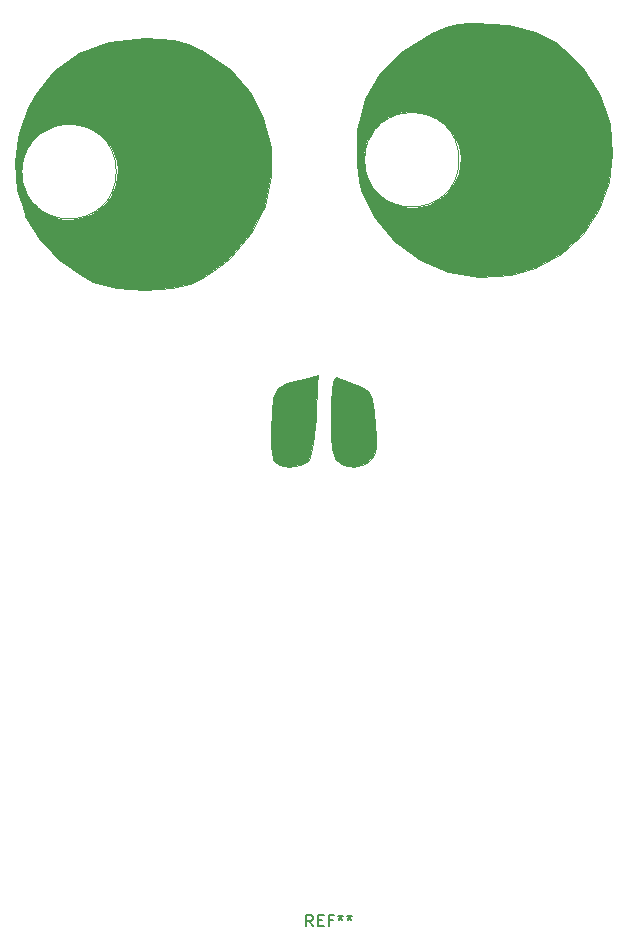
<source format=gbr>
G04 #@! TF.GenerationSoftware,KiCad,Pcbnew,(5.1.2)-1*
G04 #@! TF.CreationDate,2023-11-06T09:23:23+09:00*
G04 #@! TF.ProjectId,gopher_m5stack,676f7068-6572-45f6-9d35-737461636b2e,rev?*
G04 #@! TF.SameCoordinates,Original*
G04 #@! TF.FileFunction,Legend,Top*
G04 #@! TF.FilePolarity,Positive*
%FSLAX46Y46*%
G04 Gerber Fmt 4.6, Leading zero omitted, Abs format (unit mm)*
G04 Created by KiCad (PCBNEW (5.1.2)-1) date 2023-11-06 09:23:23*
%MOMM*%
%LPD*%
G04 APERTURE LIST*
%ADD10C,0.120000*%
%ADD11C,0.150000*%
%ADD12C,0.100000*%
%ADD13C,0.254000*%
G04 APERTURE END LIST*
D10*
X129935247Y-71933500D02*
G75*
G03X129935247Y-71933500I-3993356J0D01*
G01*
X100915747Y-72936800D02*
G75*
G03X100915747Y-72936800I-3993356J0D01*
G01*
D11*
X117566666Y-136852380D02*
X117233333Y-136376190D01*
X116995238Y-136852380D02*
X116995238Y-135852380D01*
X117376190Y-135852380D01*
X117471428Y-135900000D01*
X117519047Y-135947619D01*
X117566666Y-136042857D01*
X117566666Y-136185714D01*
X117519047Y-136280952D01*
X117471428Y-136328571D01*
X117376190Y-136376190D01*
X116995238Y-136376190D01*
X117995238Y-136328571D02*
X118328571Y-136328571D01*
X118471428Y-136852380D02*
X117995238Y-136852380D01*
X117995238Y-135852380D01*
X118471428Y-135852380D01*
X119233333Y-136328571D02*
X118900000Y-136328571D01*
X118900000Y-136852380D02*
X118900000Y-135852380D01*
X119376190Y-135852380D01*
X119900000Y-135852380D02*
X119900000Y-136090476D01*
X119661904Y-135995238D02*
X119900000Y-136090476D01*
X120138095Y-135995238D01*
X119757142Y-136280952D02*
X119900000Y-136090476D01*
X120042857Y-136280952D01*
X120661904Y-135852380D02*
X120661904Y-136090476D01*
X120423809Y-135995238D02*
X120661904Y-136090476D01*
X120900000Y-135995238D01*
X120519047Y-136280952D02*
X120661904Y-136090476D01*
X120804761Y-136280952D01*
D12*
G36*
X121763723Y-91171793D02*
G01*
X122291481Y-91579807D01*
X122559954Y-92178200D01*
X122736519Y-93323350D01*
X122839226Y-94358023D01*
X122927856Y-95345621D01*
X122904435Y-96315781D01*
X122730648Y-96948860D01*
X122410257Y-97392479D01*
X121979775Y-97712266D01*
X121021383Y-97961199D01*
X120080546Y-97812645D01*
X119451215Y-97269693D01*
X119419912Y-97207088D01*
X119203363Y-96383076D01*
X119102283Y-95258561D01*
X119067283Y-93871835D01*
X119092638Y-92502690D01*
X119175675Y-91351063D01*
X119325239Y-90534691D01*
X119497500Y-90325826D01*
X121763723Y-91171793D01*
X121763723Y-91171793D01*
G37*
X121763723Y-91171793D02*
X122291481Y-91579807D01*
X122559954Y-92178200D01*
X122736519Y-93323350D01*
X122839226Y-94358023D01*
X122927856Y-95345621D01*
X122904435Y-96315781D01*
X122730648Y-96948860D01*
X122410257Y-97392479D01*
X121979775Y-97712266D01*
X121021383Y-97961199D01*
X120080546Y-97812645D01*
X119451215Y-97269693D01*
X119419912Y-97207088D01*
X119203363Y-96383076D01*
X119102283Y-95258561D01*
X119067283Y-93871835D01*
X119092638Y-92502690D01*
X119175675Y-91351063D01*
X119325239Y-90534691D01*
X119497500Y-90325826D01*
X121763723Y-91171793D01*
G36*
X117943233Y-90807372D02*
G01*
X117943208Y-90807891D01*
X117902575Y-91735155D01*
X117856855Y-92709880D01*
X117856833Y-92710394D01*
X117816246Y-93819242D01*
X117691927Y-95120786D01*
X117691912Y-95120944D01*
X117661602Y-95449305D01*
X117517157Y-96313438D01*
X117441840Y-96742746D01*
X117213375Y-97332739D01*
X117172975Y-97412476D01*
X116472759Y-97815593D01*
X115547727Y-97952727D01*
X114698240Y-97806605D01*
X114216401Y-97385605D01*
X114166198Y-97228149D01*
X114042540Y-96199143D01*
X113986843Y-94815573D01*
X114075502Y-93398295D01*
X114219324Y-92133546D01*
X114600686Y-91232146D01*
X115389578Y-90819152D01*
X116082049Y-90652959D01*
X116083285Y-90652646D01*
X117119605Y-90375786D01*
X117120381Y-90375572D01*
X117709661Y-90207932D01*
X117710270Y-90207754D01*
X117980120Y-90127272D01*
X117943233Y-90807372D01*
X117943233Y-90807372D01*
G37*
X117943233Y-90807372D02*
X117943208Y-90807891D01*
X117902575Y-91735155D01*
X117856855Y-92709880D01*
X117856833Y-92710394D01*
X117816246Y-93819242D01*
X117691927Y-95120786D01*
X117691912Y-95120944D01*
X117661602Y-95449305D01*
X117517157Y-96313438D01*
X117441840Y-96742746D01*
X117213375Y-97332739D01*
X117172975Y-97412476D01*
X116472759Y-97815593D01*
X115547727Y-97952727D01*
X114698240Y-97806605D01*
X114216401Y-97385605D01*
X114166198Y-97228149D01*
X114042540Y-96199143D01*
X113986843Y-94815573D01*
X114075502Y-93398295D01*
X114219324Y-92133546D01*
X114600686Y-91232146D01*
X115389578Y-90819152D01*
X116082049Y-90652959D01*
X116083285Y-90652646D01*
X117119605Y-90375786D01*
X117120381Y-90375572D01*
X117709661Y-90207932D01*
X117710270Y-90207754D01*
X117980120Y-90127272D01*
X117943233Y-90807372D01*
G36*
X132592791Y-60415597D02*
G01*
X134187478Y-60567472D01*
X136352067Y-61095976D01*
X138200671Y-62083413D01*
X139946594Y-63619319D01*
X140462513Y-64200672D01*
X141854112Y-66412049D01*
X142688543Y-68915342D01*
X142908544Y-71428919D01*
X142607647Y-73813337D01*
X141788505Y-76081149D01*
X140433597Y-78181762D01*
X138573514Y-79895262D01*
X136331045Y-81096133D01*
X134301603Y-81657199D01*
X131597293Y-81849461D01*
X128967127Y-81404356D01*
X126610573Y-80433415D01*
X124669780Y-79019626D01*
X124512183Y-78903891D01*
X122822685Y-76897923D01*
X124101417Y-75548555D01*
X124628138Y-75776003D01*
X124635479Y-75778517D01*
X125206979Y-75925837D01*
X125210537Y-75926617D01*
X125728697Y-76020597D01*
X125737620Y-76021400D01*
X126215140Y-76021400D01*
X126223946Y-76020618D01*
X127018966Y-75878378D01*
X127024728Y-75876991D01*
X127525108Y-75724591D01*
X127533594Y-75721128D01*
X128051754Y-75451888D01*
X128056609Y-75449006D01*
X128615409Y-75073086D01*
X128621616Y-75068153D01*
X129040716Y-74676993D01*
X129046906Y-74670028D01*
X129544746Y-73991848D01*
X129550441Y-73981853D01*
X129900961Y-73158893D01*
X129903871Y-73149680D01*
X130053731Y-72443560D01*
X130054694Y-72436728D01*
X130097874Y-71829668D01*
X130097696Y-71820619D01*
X130024036Y-71155139D01*
X130022545Y-71147363D01*
X129857445Y-70547923D01*
X129854540Y-70540037D01*
X129547200Y-69882177D01*
X129541657Y-69873019D01*
X128929517Y-69070379D01*
X128921896Y-69062395D01*
X128243716Y-68493435D01*
X128231915Y-68486062D01*
X127096535Y-67980602D01*
X127086790Y-67977414D01*
X126341870Y-67815976D01*
X131809183Y-60401263D01*
X132592791Y-60415597D01*
X132592791Y-60415597D01*
G37*
X132592791Y-60415597D02*
X134187478Y-60567472D01*
X136352067Y-61095976D01*
X138200671Y-62083413D01*
X139946594Y-63619319D01*
X140462513Y-64200672D01*
X141854112Y-66412049D01*
X142688543Y-68915342D01*
X142908544Y-71428919D01*
X142607647Y-73813337D01*
X141788505Y-76081149D01*
X140433597Y-78181762D01*
X138573514Y-79895262D01*
X136331045Y-81096133D01*
X134301603Y-81657199D01*
X131597293Y-81849461D01*
X128967127Y-81404356D01*
X126610573Y-80433415D01*
X124669780Y-79019626D01*
X124512183Y-78903891D01*
X122822685Y-76897923D01*
X124101417Y-75548555D01*
X124628138Y-75776003D01*
X124635479Y-75778517D01*
X125206979Y-75925837D01*
X125210537Y-75926617D01*
X125728697Y-76020597D01*
X125737620Y-76021400D01*
X126215140Y-76021400D01*
X126223946Y-76020618D01*
X127018966Y-75878378D01*
X127024728Y-75876991D01*
X127525108Y-75724591D01*
X127533594Y-75721128D01*
X128051754Y-75451888D01*
X128056609Y-75449006D01*
X128615409Y-75073086D01*
X128621616Y-75068153D01*
X129040716Y-74676993D01*
X129046906Y-74670028D01*
X129544746Y-73991848D01*
X129550441Y-73981853D01*
X129900961Y-73158893D01*
X129903871Y-73149680D01*
X130053731Y-72443560D01*
X130054694Y-72436728D01*
X130097874Y-71829668D01*
X130097696Y-71820619D01*
X130024036Y-71155139D01*
X130022545Y-71147363D01*
X129857445Y-70547923D01*
X129854540Y-70540037D01*
X129547200Y-69882177D01*
X129541657Y-69873019D01*
X128929517Y-69070379D01*
X128921896Y-69062395D01*
X128243716Y-68493435D01*
X128231915Y-68486062D01*
X127096535Y-67980602D01*
X127086790Y-67977414D01*
X126341870Y-67815976D01*
X131809183Y-60401263D01*
X132592791Y-60415597D01*
G36*
X131405040Y-60374967D02*
G01*
X131959822Y-60398851D01*
X126455441Y-67854216D01*
X125590585Y-67849281D01*
X125581718Y-67850022D01*
X124852738Y-67977022D01*
X124843220Y-67979671D01*
X124058360Y-68284471D01*
X124048606Y-68289557D01*
X123639666Y-68563877D01*
X123636390Y-68566273D01*
X123288410Y-68843133D01*
X123284643Y-68846452D01*
X122984923Y-69138552D01*
X122982878Y-69140666D01*
X122772058Y-69371806D01*
X122767845Y-69377106D01*
X122541785Y-69704766D01*
X122539805Y-69707874D01*
X122367085Y-70002514D01*
X122365934Y-70004588D01*
X122172894Y-70372888D01*
X122169009Y-70382700D01*
X121968349Y-71104060D01*
X121967076Y-71110027D01*
X121908656Y-71498647D01*
X121908135Y-71504212D01*
X121887815Y-72047772D01*
X121887958Y-72053850D01*
X121918438Y-72414530D01*
X121918826Y-72417823D01*
X121962006Y-72702303D01*
X121962808Y-72706418D01*
X122072028Y-73163618D01*
X122073978Y-73169910D01*
X122228918Y-73573770D01*
X122230879Y-73578221D01*
X122365499Y-73847461D01*
X122366682Y-73849686D01*
X122488602Y-74065586D01*
X122489706Y-74067445D01*
X122598926Y-74242705D01*
X122601854Y-74246907D01*
X122926974Y-74666007D01*
X122931496Y-74671083D01*
X123299796Y-75031763D01*
X123305165Y-75036326D01*
X123775065Y-75381766D01*
X123778955Y-75384355D01*
X124056358Y-75550797D01*
X123237495Y-76434879D01*
X122816203Y-76871398D01*
X122815856Y-76871778D01*
X122556901Y-76335854D01*
X122178532Y-75538485D01*
X122178429Y-75538269D01*
X121682940Y-74506843D01*
X121494322Y-73707102D01*
X121324724Y-72309816D01*
X121263934Y-70729296D01*
X121299360Y-70104289D01*
X121299364Y-70104213D01*
X121337210Y-69417944D01*
X121648482Y-68142487D01*
X121889782Y-67172207D01*
X121889828Y-67172020D01*
X121974526Y-66825755D01*
X123252912Y-64582263D01*
X125158940Y-62693930D01*
X127693307Y-61169766D01*
X128832108Y-60687479D01*
X129812062Y-60438083D01*
X130754715Y-60374902D01*
X130975783Y-60362341D01*
X131405040Y-60374967D01*
X131405040Y-60374967D01*
G37*
X131405040Y-60374967D02*
X131959822Y-60398851D01*
X126455441Y-67854216D01*
X125590585Y-67849281D01*
X125581718Y-67850022D01*
X124852738Y-67977022D01*
X124843220Y-67979671D01*
X124058360Y-68284471D01*
X124048606Y-68289557D01*
X123639666Y-68563877D01*
X123636390Y-68566273D01*
X123288410Y-68843133D01*
X123284643Y-68846452D01*
X122984923Y-69138552D01*
X122982878Y-69140666D01*
X122772058Y-69371806D01*
X122767845Y-69377106D01*
X122541785Y-69704766D01*
X122539805Y-69707874D01*
X122367085Y-70002514D01*
X122365934Y-70004588D01*
X122172894Y-70372888D01*
X122169009Y-70382700D01*
X121968349Y-71104060D01*
X121967076Y-71110027D01*
X121908656Y-71498647D01*
X121908135Y-71504212D01*
X121887815Y-72047772D01*
X121887958Y-72053850D01*
X121918438Y-72414530D01*
X121918826Y-72417823D01*
X121962006Y-72702303D01*
X121962808Y-72706418D01*
X122072028Y-73163618D01*
X122073978Y-73169910D01*
X122228918Y-73573770D01*
X122230879Y-73578221D01*
X122365499Y-73847461D01*
X122366682Y-73849686D01*
X122488602Y-74065586D01*
X122489706Y-74067445D01*
X122598926Y-74242705D01*
X122601854Y-74246907D01*
X122926974Y-74666007D01*
X122931496Y-74671083D01*
X123299796Y-75031763D01*
X123305165Y-75036326D01*
X123775065Y-75381766D01*
X123778955Y-75384355D01*
X124056358Y-75550797D01*
X123237495Y-76434879D01*
X122816203Y-76871398D01*
X122815856Y-76871778D01*
X122556901Y-76335854D01*
X122178532Y-75538485D01*
X122178429Y-75538269D01*
X121682940Y-74506843D01*
X121494322Y-73707102D01*
X121324724Y-72309816D01*
X121263934Y-70729296D01*
X121299360Y-70104289D01*
X121299364Y-70104213D01*
X121337210Y-69417944D01*
X121648482Y-68142487D01*
X121889782Y-67172207D01*
X121889828Y-67172020D01*
X121974526Y-66825755D01*
X123252912Y-64582263D01*
X125158940Y-62693930D01*
X127693307Y-61169766D01*
X128832108Y-60687479D01*
X129812062Y-60438083D01*
X130754715Y-60374902D01*
X130975783Y-60362341D01*
X131405040Y-60374967D01*
G36*
X104659720Y-61690624D02*
G01*
X105822215Y-61811928D01*
X106962713Y-62132378D01*
X108258173Y-62708138D01*
X110522649Y-64271765D01*
X112226413Y-66192923D01*
X113366499Y-68409898D01*
X113991017Y-70849815D01*
X114028940Y-73302169D01*
X113504331Y-75820292D01*
X112359273Y-78125575D01*
X110572069Y-80234965D01*
X109686074Y-80964460D01*
X108342181Y-81846469D01*
X107162463Y-82426865D01*
X105630638Y-82797663D01*
X103329718Y-82984976D01*
X100943003Y-82792622D01*
X98920553Y-82256673D01*
X97900182Y-81732630D01*
X96011369Y-80348385D01*
X93365011Y-76320431D01*
X96522130Y-77003250D01*
X96531312Y-77004361D01*
X97079952Y-77019601D01*
X97086242Y-77019379D01*
X97601862Y-76968579D01*
X97608507Y-76967468D01*
X98261287Y-76812528D01*
X98269536Y-76809794D01*
X98970576Y-76507534D01*
X98980084Y-76502133D01*
X99622704Y-76037313D01*
X99629400Y-76031499D01*
X100239000Y-75399039D01*
X100244655Y-75391996D01*
X100450395Y-75082116D01*
X100453336Y-75077069D01*
X100730196Y-74530969D01*
X100732931Y-74524478D01*
X100892951Y-74054578D01*
X100895184Y-74045048D01*
X101060284Y-72802988D01*
X101060360Y-72790409D01*
X100971460Y-72053809D01*
X100969457Y-72044611D01*
X100745937Y-71343571D01*
X100742519Y-71335422D01*
X100452959Y-70786782D01*
X100447611Y-70778671D01*
X99812611Y-69993811D01*
X99804320Y-69985701D01*
X99032160Y-69388801D01*
X99020109Y-69381920D01*
X98026969Y-68985680D01*
X98017433Y-68982935D01*
X97336713Y-68858475D01*
X97326430Y-68857677D01*
X96539030Y-68877997D01*
X96530964Y-68878863D01*
X95837544Y-69010943D01*
X95828841Y-69013435D01*
X95107481Y-69292835D01*
X95099595Y-69296718D01*
X94446815Y-69692958D01*
X94437991Y-69699768D01*
X93810611Y-70306828D01*
X93804709Y-70313676D01*
X93492289Y-70750556D01*
X93488944Y-70755921D01*
X93275330Y-71152340D01*
X92676969Y-69668216D01*
X93095079Y-68443928D01*
X93406052Y-67543876D01*
X93922645Y-66619049D01*
X94379766Y-66040702D01*
X95658211Y-64438216D01*
X97775658Y-62906983D01*
X100318635Y-61966638D01*
X103359411Y-61642558D01*
X104659720Y-61690624D01*
X104659720Y-61690624D01*
G37*
X104659720Y-61690624D02*
X105822215Y-61811928D01*
X106962713Y-62132378D01*
X108258173Y-62708138D01*
X110522649Y-64271765D01*
X112226413Y-66192923D01*
X113366499Y-68409898D01*
X113991017Y-70849815D01*
X114028940Y-73302169D01*
X113504331Y-75820292D01*
X112359273Y-78125575D01*
X110572069Y-80234965D01*
X109686074Y-80964460D01*
X108342181Y-81846469D01*
X107162463Y-82426865D01*
X105630638Y-82797663D01*
X103329718Y-82984976D01*
X100943003Y-82792622D01*
X98920553Y-82256673D01*
X97900182Y-81732630D01*
X96011369Y-80348385D01*
X93365011Y-76320431D01*
X96522130Y-77003250D01*
X96531312Y-77004361D01*
X97079952Y-77019601D01*
X97086242Y-77019379D01*
X97601862Y-76968579D01*
X97608507Y-76967468D01*
X98261287Y-76812528D01*
X98269536Y-76809794D01*
X98970576Y-76507534D01*
X98980084Y-76502133D01*
X99622704Y-76037313D01*
X99629400Y-76031499D01*
X100239000Y-75399039D01*
X100244655Y-75391996D01*
X100450395Y-75082116D01*
X100453336Y-75077069D01*
X100730196Y-74530969D01*
X100732931Y-74524478D01*
X100892951Y-74054578D01*
X100895184Y-74045048D01*
X101060284Y-72802988D01*
X101060360Y-72790409D01*
X100971460Y-72053809D01*
X100969457Y-72044611D01*
X100745937Y-71343571D01*
X100742519Y-71335422D01*
X100452959Y-70786782D01*
X100447611Y-70778671D01*
X99812611Y-69993811D01*
X99804320Y-69985701D01*
X99032160Y-69388801D01*
X99020109Y-69381920D01*
X98026969Y-68985680D01*
X98017433Y-68982935D01*
X97336713Y-68858475D01*
X97326430Y-68857677D01*
X96539030Y-68877997D01*
X96530964Y-68878863D01*
X95837544Y-69010943D01*
X95828841Y-69013435D01*
X95107481Y-69292835D01*
X95099595Y-69296718D01*
X94446815Y-69692958D01*
X94437991Y-69699768D01*
X93810611Y-70306828D01*
X93804709Y-70313676D01*
X93492289Y-70750556D01*
X93488944Y-70755921D01*
X93275330Y-71152340D01*
X92676969Y-69668216D01*
X93095079Y-68443928D01*
X93406052Y-67543876D01*
X93922645Y-66619049D01*
X94379766Y-66040702D01*
X95658211Y-64438216D01*
X97775658Y-62906983D01*
X100318635Y-61966638D01*
X103359411Y-61642558D01*
X104659720Y-61690624D01*
D13*
G36*
X93178464Y-71187718D02*
G01*
X93040066Y-71515041D01*
X93034173Y-71532365D01*
X92861453Y-72192765D01*
X92858405Y-72208332D01*
X92807605Y-72594412D01*
X92806699Y-72604246D01*
X92791459Y-72891266D01*
X92791329Y-72901526D01*
X92798949Y-73175846D01*
X92799710Y-73186639D01*
X92840350Y-73544779D01*
X92841107Y-73550346D01*
X92874127Y-73758626D01*
X92876292Y-73769302D01*
X92952492Y-74076642D01*
X92955191Y-74085981D01*
X93072031Y-74439041D01*
X93076856Y-74451412D01*
X93219096Y-74766372D01*
X93221598Y-74771592D01*
X93305418Y-74936692D01*
X93309226Y-74943645D01*
X93443846Y-75172245D01*
X93449682Y-75181260D01*
X93647802Y-75460660D01*
X93655152Y-75470057D01*
X93906612Y-75762157D01*
X93913057Y-75769103D01*
X94202617Y-76058663D01*
X94214848Y-76069416D01*
X94659348Y-76412316D01*
X94676139Y-76423271D01*
X95267959Y-76745851D01*
X95284342Y-76753327D01*
X95624702Y-76880327D01*
X95632607Y-76882984D01*
X95872639Y-76954994D01*
X95883812Y-80067889D01*
X95740373Y-79909508D01*
X95739032Y-79908050D01*
X94479885Y-78560586D01*
X93297203Y-76675844D01*
X93235905Y-76539626D01*
X92994562Y-75704982D01*
X92994392Y-75704398D01*
X92627499Y-74457967D01*
X92469187Y-72098359D01*
X92630386Y-70690386D01*
X92699096Y-70126387D01*
X93178464Y-71187718D01*
X93178464Y-71187718D01*
G37*
X93178464Y-71187718D02*
X93040066Y-71515041D01*
X93034173Y-71532365D01*
X92861453Y-72192765D01*
X92858405Y-72208332D01*
X92807605Y-72594412D01*
X92806699Y-72604246D01*
X92791459Y-72891266D01*
X92791329Y-72901526D01*
X92798949Y-73175846D01*
X92799710Y-73186639D01*
X92840350Y-73544779D01*
X92841107Y-73550346D01*
X92874127Y-73758626D01*
X92876292Y-73769302D01*
X92952492Y-74076642D01*
X92955191Y-74085981D01*
X93072031Y-74439041D01*
X93076856Y-74451412D01*
X93219096Y-74766372D01*
X93221598Y-74771592D01*
X93305418Y-74936692D01*
X93309226Y-74943645D01*
X93443846Y-75172245D01*
X93449682Y-75181260D01*
X93647802Y-75460660D01*
X93655152Y-75470057D01*
X93906612Y-75762157D01*
X93913057Y-75769103D01*
X94202617Y-76058663D01*
X94214848Y-76069416D01*
X94659348Y-76412316D01*
X94676139Y-76423271D01*
X95267959Y-76745851D01*
X95284342Y-76753327D01*
X95624702Y-76880327D01*
X95632607Y-76882984D01*
X95872639Y-76954994D01*
X95883812Y-80067889D01*
X95740373Y-79909508D01*
X95739032Y-79908050D01*
X94479885Y-78560586D01*
X93297203Y-76675844D01*
X93235905Y-76539626D01*
X92994562Y-75704982D01*
X92994392Y-75704398D01*
X92627499Y-74457967D01*
X92469187Y-72098359D01*
X92630386Y-70690386D01*
X92699096Y-70126387D01*
X93178464Y-71187718D01*
D12*
G36*
X92739308Y-69991783D02*
G01*
X92633859Y-70019291D01*
X92658962Y-69812187D01*
X92739308Y-69991783D01*
X92739308Y-69991783D01*
G37*
X92739308Y-69991783D02*
X92633859Y-70019291D01*
X92658962Y-69812187D01*
X92739308Y-69991783D01*
M02*

</source>
